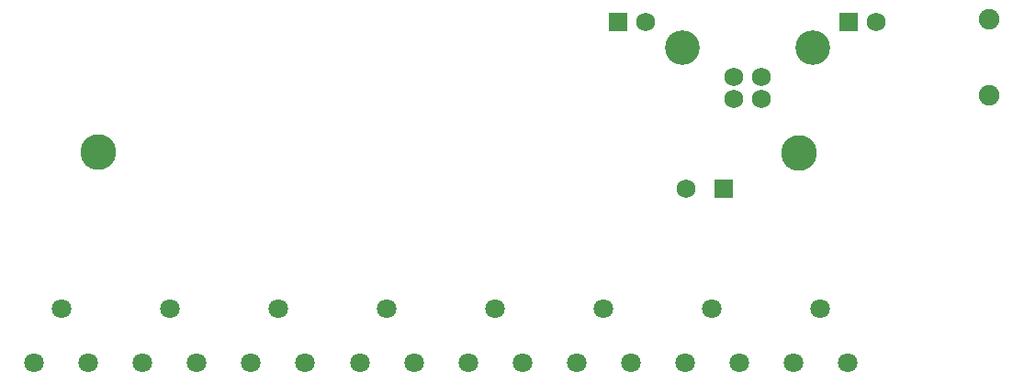
<source format=gbs>
G04 Layer_Color=16711935*
%FSLAX24Y24*%
%MOIN*%
G70*
G01*
G75*
%ADD64C,0.1300*%
%ADD65C,0.0710*%
%ADD66C,0.0749*%
%ADD67C,0.1261*%
%ADD68C,0.0680*%
%ADD69R,0.0680X0.0680*%
D64*
X36083Y38720D02*
D03*
X61516Y38681D02*
D03*
D65*
X33760Y31024D02*
D03*
X37697D02*
D03*
X41634D02*
D03*
X45571D02*
D03*
X49508D02*
D03*
X53445D02*
D03*
X57382D02*
D03*
X61319D02*
D03*
X35728D02*
D03*
X39665D02*
D03*
X43602D02*
D03*
X47539D02*
D03*
X51476D02*
D03*
X55413D02*
D03*
X59350D02*
D03*
X63287D02*
D03*
X62303Y32992D02*
D03*
X58366D02*
D03*
X54429D02*
D03*
X50492D02*
D03*
X46555D02*
D03*
X42618D02*
D03*
X38671D02*
D03*
X34744D02*
D03*
D66*
X68425Y40768D02*
D03*
Y43524D02*
D03*
D67*
X62016Y42504D02*
D03*
X57276D02*
D03*
D68*
X60138Y41437D02*
D03*
Y40650D02*
D03*
X59154Y41437D02*
D03*
Y40650D02*
D03*
X64317Y43445D02*
D03*
X55941D02*
D03*
X57421Y37382D02*
D03*
D69*
X63317Y43445D02*
D03*
X54941D02*
D03*
X58799Y37382D02*
D03*
M02*

</source>
